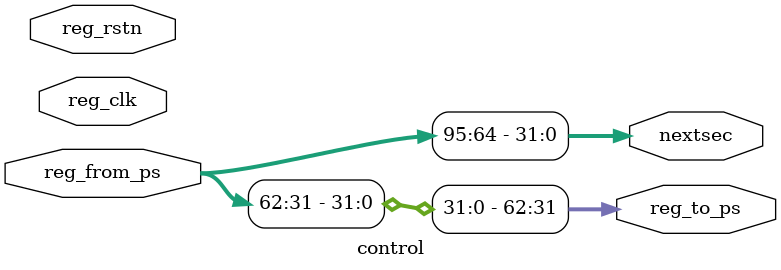
<source format=v>

`define NEXTSEC_REG_OFF 2

`define SCRATCH_REG_OFF 31

module control
  (
   input 	   reg_clk,
   input 	   reg_rstn,
   input [1023:0]  reg_from_ps,
   output [1023:0] reg_to_ps,

   output [31:0]   nextsec
   );
   
   assign nextsec = reg_from_ps[`NEXTSEC_REG_OFF*32 +: 32];

   assign reg_to_ps[`SCRATCH_REG_OFF +: 32] = reg_from_ps[`SCRATCH_REG_OFF +: 32];
   
endmodule

   

</source>
